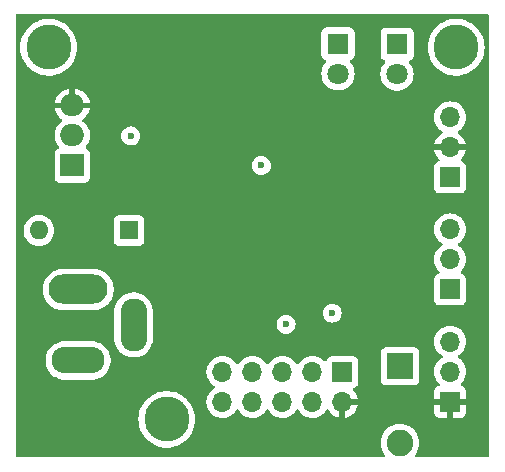
<source format=gbr>
%TF.GenerationSoftware,KiCad,Pcbnew,8.0.6*%
%TF.CreationDate,2024-11-05T10:52:09-07:00*%
%TF.ProjectId,ProjectPCB,50726f6a-6563-4745-9043-422e6b696361,rev?*%
%TF.SameCoordinates,Original*%
%TF.FileFunction,Copper,L3,Inr*%
%TF.FilePolarity,Positive*%
%FSLAX46Y46*%
G04 Gerber Fmt 4.6, Leading zero omitted, Abs format (unit mm)*
G04 Created by KiCad (PCBNEW 8.0.6) date 2024-11-05 10:52:09*
%MOMM*%
%LPD*%
G01*
G04 APERTURE LIST*
%TA.AperFunction,ComponentPad*%
%ADD10C,3.800000*%
%TD*%
%TA.AperFunction,ComponentPad*%
%ADD11O,5.000000X2.500000*%
%TD*%
%TA.AperFunction,ComponentPad*%
%ADD12O,4.500000X2.250000*%
%TD*%
%TA.AperFunction,ComponentPad*%
%ADD13O,2.250000X4.500000*%
%TD*%
%TA.AperFunction,ComponentPad*%
%ADD14R,1.700000X1.700000*%
%TD*%
%TA.AperFunction,ComponentPad*%
%ADD15O,1.700000X1.700000*%
%TD*%
%TA.AperFunction,ComponentPad*%
%ADD16R,2.250000X2.250000*%
%TD*%
%TA.AperFunction,ComponentPad*%
%ADD17C,2.250000*%
%TD*%
%TA.AperFunction,ComponentPad*%
%ADD18R,1.600000X1.600000*%
%TD*%
%TA.AperFunction,ComponentPad*%
%ADD19O,1.600000X1.600000*%
%TD*%
%TA.AperFunction,ComponentPad*%
%ADD20O,2.000000X1.905000*%
%TD*%
%TA.AperFunction,ComponentPad*%
%ADD21R,2.000000X1.905000*%
%TD*%
%TA.AperFunction,ComponentPad*%
%ADD22R,1.800000X1.800000*%
%TD*%
%TA.AperFunction,ComponentPad*%
%ADD23C,1.800000*%
%TD*%
%TA.AperFunction,ViaPad*%
%ADD24C,0.600000*%
%TD*%
G04 APERTURE END LIST*
D10*
%TO.N,GND*%
%TO.C,H3*%
X133500000Y-117000000D03*
%TD*%
%TO.N,GND*%
%TO.C,H2*%
X123500000Y-85500000D03*
%TD*%
%TO.N,GND*%
%TO.C,H1*%
X158000000Y-85500000D03*
%TD*%
D11*
%TO.N,Net-(SW2-A)*%
%TO.C,J5*%
X126000000Y-106000000D03*
D12*
%TO.N,GND*%
X126000000Y-112000000D03*
D13*
X130700000Y-109000000D03*
%TD*%
D14*
%TO.N,Net-(J3-Pin_1)*%
%TO.C,J3*%
X157500000Y-106000000D03*
D15*
%TO.N,Net-(J3-Pin_2)*%
X157500000Y-103460000D03*
%TO.N,GND*%
X157500000Y-100920000D03*
%TD*%
D16*
%TO.N,Net-(J1-Pin_5)*%
%TO.C,SW1*%
X153250000Y-112500000D03*
D17*
%TO.N,GND*%
X153250000Y-119000000D03*
%TD*%
D18*
%TO.N,Net-(SW2-A)*%
%TO.C,SW2*%
X130300000Y-101000000D03*
D19*
%TO.N,Net-(SW2-B)*%
X122680000Y-101000000D03*
%TD*%
D14*
%TO.N,Net-(J1-Pin_1)*%
%TO.C,J1*%
X148375000Y-112975000D03*
D15*
%TO.N,+5V*%
X148375000Y-115515000D03*
%TO.N,unconnected-(J1-Pin_3-Pad3)*%
X145835000Y-112975000D03*
%TO.N,GND*%
X145835000Y-115515000D03*
%TO.N,Net-(J1-Pin_5)*%
X143295000Y-112975000D03*
%TO.N,GND*%
X143295000Y-115515000D03*
%TO.N,Net-(J1-Pin_7)*%
X140755000Y-112975000D03*
%TO.N,GND*%
X140755000Y-115515000D03*
%TO.N,Net-(J1-Pin_9)*%
X138215000Y-112975000D03*
%TO.N,GND*%
X138215000Y-115515000D03*
%TD*%
D20*
%TO.N,+5V*%
%TO.C,U2*%
X125500000Y-90420000D03*
%TO.N,GND*%
X125500000Y-92960000D03*
D21*
%TO.N,Net-(SW2-B)*%
X125500000Y-95500000D03*
%TD*%
D14*
%TO.N,+5V*%
%TO.C,J2*%
X157500000Y-115500000D03*
D15*
%TO.N,Net-(J2-Pin_2)*%
X157500000Y-112960000D03*
%TO.N,GND*%
X157500000Y-110420000D03*
%TD*%
D22*
%TO.N,GND*%
%TO.C,D2*%
X153000000Y-85225000D03*
D23*
%TO.N,Net-(D2-A)*%
X153000000Y-87765000D03*
%TD*%
D22*
%TO.N,GND*%
%TO.C,D1*%
X148000000Y-85185000D03*
D23*
%TO.N,Net-(D1-A)*%
X148000000Y-87725000D03*
%TD*%
D14*
%TO.N,Net-(J4-Pin_1)*%
%TO.C,J4*%
X157500000Y-96500000D03*
D15*
%TO.N,+5V*%
X157500000Y-93960000D03*
%TO.N,GND*%
X157500000Y-91420000D03*
%TD*%
D24*
%TO.N,GND*%
X130450000Y-93000000D03*
X141500000Y-95500000D03*
X143600000Y-108950000D03*
%TO.N,+5V*%
X141300000Y-109050000D03*
X143500000Y-95500000D03*
X153400000Y-99600000D03*
X153500000Y-109500000D03*
%TO.N,Net-(J2-Pin_2)*%
X147500000Y-108000000D03*
%TD*%
%TA.AperFunction,Conductor*%
%TO.N,+5V*%
G36*
X160742539Y-82720185D02*
G01*
X160788294Y-82772989D01*
X160799500Y-82824500D01*
X160799500Y-120075500D01*
X160779815Y-120142539D01*
X160727011Y-120188294D01*
X160675500Y-120199500D01*
X154632181Y-120199500D01*
X154565142Y-120179815D01*
X154519387Y-120127011D01*
X154509443Y-120057853D01*
X154537890Y-119994969D01*
X154569122Y-119958400D01*
X154569121Y-119958400D01*
X154569123Y-119958399D01*
X154702809Y-119740243D01*
X154800722Y-119503860D01*
X154860452Y-119255070D01*
X154880526Y-119000000D01*
X154860452Y-118744930D01*
X154800722Y-118496140D01*
X154800720Y-118496135D01*
X154702811Y-118259760D01*
X154702809Y-118259757D01*
X154569123Y-118041601D01*
X154569122Y-118041600D01*
X154569121Y-118041598D01*
X154509319Y-117971579D01*
X154402956Y-117847044D01*
X154296591Y-117756200D01*
X154208401Y-117680878D01*
X154208396Y-117680875D01*
X153990242Y-117547190D01*
X153990239Y-117547188D01*
X153753864Y-117449279D01*
X153753860Y-117449278D01*
X153505070Y-117389548D01*
X153505067Y-117389547D01*
X153505064Y-117389547D01*
X153250000Y-117369474D01*
X152994935Y-117389547D01*
X152994931Y-117389547D01*
X152994930Y-117389548D01*
X152870535Y-117419413D01*
X152746135Y-117449279D01*
X152509760Y-117547188D01*
X152509757Y-117547190D01*
X152291603Y-117680875D01*
X152291598Y-117680878D01*
X152097044Y-117847044D01*
X151930878Y-118041598D01*
X151930875Y-118041603D01*
X151797190Y-118259757D01*
X151797188Y-118259760D01*
X151699279Y-118496135D01*
X151639547Y-118744935D01*
X151619474Y-119000000D01*
X151639547Y-119255064D01*
X151699279Y-119503864D01*
X151797188Y-119740239D01*
X151797190Y-119740242D01*
X151930875Y-119958396D01*
X151930877Y-119958400D01*
X151962110Y-119994969D01*
X151990680Y-120058730D01*
X151980243Y-120127816D01*
X151934112Y-120180292D01*
X151867819Y-120199500D01*
X120824500Y-120199500D01*
X120757461Y-120179815D01*
X120711706Y-120127011D01*
X120700500Y-120075500D01*
X120700500Y-116999994D01*
X131094754Y-116999994D01*
X131094754Y-117000005D01*
X131113718Y-117301446D01*
X131113719Y-117301453D01*
X131170320Y-117598164D01*
X131263659Y-117885431D01*
X131263661Y-117885436D01*
X131392265Y-118158732D01*
X131392268Y-118158738D01*
X131554111Y-118413763D01*
X131746652Y-118646505D01*
X131966836Y-118853272D01*
X131966846Y-118853280D01*
X132211193Y-119030808D01*
X132211198Y-119030810D01*
X132211205Y-119030816D01*
X132475896Y-119176332D01*
X132475901Y-119176334D01*
X132475903Y-119176335D01*
X132475904Y-119176336D01*
X132756734Y-119287524D01*
X132756737Y-119287525D01*
X132854259Y-119312564D01*
X133049302Y-119362642D01*
X133196039Y-119381179D01*
X133348963Y-119400499D01*
X133348969Y-119400499D01*
X133348973Y-119400500D01*
X133348975Y-119400500D01*
X133651025Y-119400500D01*
X133651027Y-119400500D01*
X133651032Y-119400499D01*
X133651036Y-119400499D01*
X133730591Y-119390448D01*
X133950698Y-119362642D01*
X134243262Y-119287525D01*
X134243265Y-119287524D01*
X134524095Y-119176336D01*
X134524096Y-119176335D01*
X134524094Y-119176335D01*
X134524104Y-119176332D01*
X134788795Y-119030816D01*
X135033162Y-118853274D01*
X135253349Y-118646504D01*
X135445885Y-118413768D01*
X135607733Y-118158736D01*
X135736341Y-117885430D01*
X135829681Y-117598160D01*
X135886280Y-117301457D01*
X135905246Y-117000000D01*
X135895534Y-116845634D01*
X135886281Y-116698553D01*
X135886280Y-116698546D01*
X135886280Y-116698543D01*
X135829681Y-116401840D01*
X135736341Y-116114570D01*
X135607733Y-115841264D01*
X135579828Y-115797293D01*
X135445888Y-115586236D01*
X135445885Y-115586232D01*
X135253349Y-115353496D01*
X135174649Y-115279592D01*
X135033163Y-115146727D01*
X135033153Y-115146719D01*
X134788806Y-114969191D01*
X134788799Y-114969186D01*
X134788795Y-114969184D01*
X134524104Y-114823668D01*
X134524101Y-114823666D01*
X134524096Y-114823664D01*
X134524095Y-114823663D01*
X134243265Y-114712475D01*
X134243262Y-114712474D01*
X133950695Y-114637357D01*
X133651036Y-114599500D01*
X133651027Y-114599500D01*
X133348973Y-114599500D01*
X133348963Y-114599500D01*
X133049304Y-114637357D01*
X132756737Y-114712474D01*
X132756734Y-114712475D01*
X132475904Y-114823663D01*
X132475903Y-114823664D01*
X132211205Y-114969184D01*
X132211193Y-114969191D01*
X131966846Y-115146719D01*
X131966836Y-115146727D01*
X131746652Y-115353494D01*
X131554111Y-115586236D01*
X131392268Y-115841261D01*
X131392265Y-115841267D01*
X131263661Y-116114563D01*
X131263659Y-116114568D01*
X131170320Y-116401835D01*
X131113719Y-116698546D01*
X131113718Y-116698553D01*
X131094754Y-116999994D01*
X120700500Y-116999994D01*
X120700500Y-111872070D01*
X123249500Y-111872070D01*
X123249500Y-112127929D01*
X123289526Y-112380640D01*
X123368588Y-112623972D01*
X123368589Y-112623975D01*
X123484750Y-112851950D01*
X123635132Y-113058935D01*
X123635136Y-113058940D01*
X123816059Y-113239863D01*
X123816064Y-113239867D01*
X123996607Y-113371038D01*
X124023053Y-113390252D01*
X124118065Y-113438663D01*
X124251024Y-113506410D01*
X124251027Y-113506411D01*
X124372693Y-113545942D01*
X124494361Y-113585474D01*
X124747070Y-113625500D01*
X124747071Y-113625500D01*
X127252929Y-113625500D01*
X127252930Y-113625500D01*
X127505639Y-113585474D01*
X127748975Y-113506410D01*
X127976947Y-113390252D01*
X128183942Y-113239862D01*
X128364862Y-113058942D01*
X128425850Y-112974999D01*
X136859341Y-112974999D01*
X136859341Y-112975000D01*
X136879936Y-113210403D01*
X136879938Y-113210413D01*
X136941094Y-113438655D01*
X136941096Y-113438659D01*
X136941097Y-113438663D01*
X136945000Y-113447032D01*
X137040965Y-113652830D01*
X137040967Y-113652834D01*
X137149281Y-113807521D01*
X137176501Y-113846396D01*
X137176506Y-113846402D01*
X137343597Y-114013493D01*
X137343603Y-114013498D01*
X137529158Y-114143425D01*
X137572783Y-114198002D01*
X137579977Y-114267500D01*
X137548454Y-114329855D01*
X137529158Y-114346575D01*
X137343597Y-114476505D01*
X137176505Y-114643597D01*
X137040965Y-114837169D01*
X137040964Y-114837171D01*
X136941098Y-115051335D01*
X136941094Y-115051344D01*
X136879938Y-115279586D01*
X136879936Y-115279596D01*
X136859341Y-115514999D01*
X136859341Y-115515000D01*
X136879936Y-115750403D01*
X136879938Y-115750413D01*
X136941094Y-115978655D01*
X136941096Y-115978659D01*
X136941097Y-115978663D01*
X137021004Y-116150023D01*
X137040965Y-116192830D01*
X137040967Y-116192834D01*
X137149281Y-116347521D01*
X137176505Y-116386401D01*
X137343599Y-116553495D01*
X137398713Y-116592086D01*
X137537165Y-116689032D01*
X137537167Y-116689033D01*
X137537170Y-116689035D01*
X137751337Y-116788903D01*
X137751343Y-116788904D01*
X137751344Y-116788905D01*
X137806285Y-116803626D01*
X137979592Y-116850063D01*
X138167918Y-116866539D01*
X138214999Y-116870659D01*
X138215000Y-116870659D01*
X138215001Y-116870659D01*
X138254234Y-116867226D01*
X138450408Y-116850063D01*
X138678663Y-116788903D01*
X138892830Y-116689035D01*
X139086401Y-116553495D01*
X139253495Y-116386401D01*
X139383425Y-116200842D01*
X139438002Y-116157217D01*
X139507500Y-116150023D01*
X139569855Y-116181546D01*
X139586575Y-116200842D01*
X139716500Y-116386395D01*
X139716505Y-116386401D01*
X139883599Y-116553495D01*
X139938713Y-116592086D01*
X140077165Y-116689032D01*
X140077167Y-116689033D01*
X140077170Y-116689035D01*
X140291337Y-116788903D01*
X140291343Y-116788904D01*
X140291344Y-116788905D01*
X140346285Y-116803626D01*
X140519592Y-116850063D01*
X140707918Y-116866539D01*
X140754999Y-116870659D01*
X140755000Y-116870659D01*
X140755001Y-116870659D01*
X140794234Y-116867226D01*
X140990408Y-116850063D01*
X141218663Y-116788903D01*
X141432830Y-116689035D01*
X141626401Y-116553495D01*
X141793495Y-116386401D01*
X141923425Y-116200842D01*
X141978002Y-116157217D01*
X142047500Y-116150023D01*
X142109855Y-116181546D01*
X142126575Y-116200842D01*
X142256500Y-116386395D01*
X142256505Y-116386401D01*
X142423599Y-116553495D01*
X142478713Y-116592086D01*
X142617165Y-116689032D01*
X142617167Y-116689033D01*
X142617170Y-116689035D01*
X142831337Y-116788903D01*
X142831343Y-116788904D01*
X142831344Y-116788905D01*
X142886285Y-116803626D01*
X143059592Y-116850063D01*
X143247918Y-116866539D01*
X143294999Y-116870659D01*
X143295000Y-116870659D01*
X143295001Y-116870659D01*
X143334234Y-116867226D01*
X143530408Y-116850063D01*
X143758663Y-116788903D01*
X143972830Y-116689035D01*
X144166401Y-116553495D01*
X144333495Y-116386401D01*
X144463425Y-116200842D01*
X144518002Y-116157217D01*
X144587500Y-116150023D01*
X144649855Y-116181546D01*
X144666575Y-116200842D01*
X144796500Y-116386395D01*
X144796505Y-116386401D01*
X144963599Y-116553495D01*
X145018713Y-116592086D01*
X145157165Y-116689032D01*
X145157167Y-116689033D01*
X145157170Y-116689035D01*
X145371337Y-116788903D01*
X145371343Y-116788904D01*
X145371344Y-116788905D01*
X145426285Y-116803626D01*
X145599592Y-116850063D01*
X145787918Y-116866539D01*
X145834999Y-116870659D01*
X145835000Y-116870659D01*
X145835001Y-116870659D01*
X145874234Y-116867226D01*
X146070408Y-116850063D01*
X146298663Y-116788903D01*
X146512830Y-116689035D01*
X146706401Y-116553495D01*
X146873495Y-116386401D01*
X147003730Y-116200405D01*
X147058307Y-116156781D01*
X147127805Y-116149587D01*
X147190160Y-116181110D01*
X147206879Y-116200405D01*
X147336890Y-116386078D01*
X147503917Y-116553105D01*
X147697421Y-116688600D01*
X147911507Y-116788429D01*
X147911516Y-116788433D01*
X148125000Y-116845634D01*
X148125000Y-115948012D01*
X148182007Y-115980925D01*
X148309174Y-116015000D01*
X148440826Y-116015000D01*
X148567993Y-115980925D01*
X148625000Y-115948012D01*
X148625000Y-116845633D01*
X148838483Y-116788433D01*
X148838492Y-116788429D01*
X149052578Y-116688600D01*
X149246082Y-116553105D01*
X149413105Y-116386082D01*
X149548600Y-116192578D01*
X149648429Y-115978492D01*
X149648432Y-115978486D01*
X149705636Y-115765000D01*
X148808012Y-115765000D01*
X148840925Y-115707993D01*
X148875000Y-115580826D01*
X148875000Y-115449174D01*
X148840925Y-115322007D01*
X148808012Y-115265000D01*
X149705636Y-115265000D01*
X149705635Y-115264999D01*
X149648432Y-115051513D01*
X149648429Y-115051507D01*
X149548600Y-114837422D01*
X149548599Y-114837420D01*
X149413113Y-114643926D01*
X149413108Y-114643920D01*
X149291053Y-114521865D01*
X149257568Y-114460542D01*
X149262552Y-114390850D01*
X149304424Y-114334917D01*
X149335400Y-114318002D01*
X149467331Y-114268796D01*
X149582546Y-114182546D01*
X149668796Y-114067331D01*
X149719091Y-113932483D01*
X149725500Y-113872873D01*
X149725499Y-112077128D01*
X149719091Y-112017517D01*
X149717810Y-112014083D01*
X149668797Y-111882671D01*
X149668793Y-111882664D01*
X149582547Y-111767455D01*
X149582544Y-111767452D01*
X149467335Y-111681206D01*
X149467328Y-111681202D01*
X149332482Y-111630908D01*
X149332483Y-111630908D01*
X149272883Y-111624501D01*
X149272881Y-111624500D01*
X149272873Y-111624500D01*
X149272864Y-111624500D01*
X147477129Y-111624500D01*
X147477123Y-111624501D01*
X147417516Y-111630908D01*
X147282671Y-111681202D01*
X147282664Y-111681206D01*
X147167455Y-111767452D01*
X147167452Y-111767455D01*
X147081206Y-111882664D01*
X147081203Y-111882669D01*
X147032189Y-112014083D01*
X146990317Y-112070016D01*
X146924853Y-112094433D01*
X146856580Y-112079581D01*
X146828326Y-112058430D01*
X146706402Y-111936506D01*
X146706395Y-111936501D01*
X146512834Y-111800967D01*
X146512830Y-111800965D01*
X146456837Y-111774855D01*
X146298663Y-111701097D01*
X146298659Y-111701096D01*
X146298655Y-111701094D01*
X146070413Y-111639938D01*
X146070403Y-111639936D01*
X145835001Y-111619341D01*
X145834999Y-111619341D01*
X145599596Y-111639936D01*
X145599586Y-111639938D01*
X145371344Y-111701094D01*
X145371335Y-111701098D01*
X145157171Y-111800964D01*
X145157169Y-111800965D01*
X144963597Y-111936505D01*
X144796505Y-112103597D01*
X144666575Y-112289158D01*
X144611998Y-112332783D01*
X144542500Y-112339977D01*
X144480145Y-112308454D01*
X144463425Y-112289158D01*
X144333494Y-112103597D01*
X144166402Y-111936506D01*
X144166395Y-111936501D01*
X143972834Y-111800967D01*
X143972830Y-111800965D01*
X143916837Y-111774855D01*
X143758663Y-111701097D01*
X143758659Y-111701096D01*
X143758655Y-111701094D01*
X143530413Y-111639938D01*
X143530403Y-111639936D01*
X143295001Y-111619341D01*
X143294999Y-111619341D01*
X143059596Y-111639936D01*
X143059586Y-111639938D01*
X142831344Y-111701094D01*
X142831335Y-111701098D01*
X142617171Y-111800964D01*
X142617169Y-111800965D01*
X142423597Y-111936505D01*
X142256505Y-112103597D01*
X142126575Y-112289158D01*
X142071998Y-112332783D01*
X142002500Y-112339977D01*
X141940145Y-112308454D01*
X141923425Y-112289158D01*
X141793494Y-112103597D01*
X141626402Y-111936506D01*
X141626395Y-111936501D01*
X141432834Y-111800967D01*
X141432830Y-111800965D01*
X141376837Y-111774855D01*
X141218663Y-111701097D01*
X141218659Y-111701096D01*
X141218655Y-111701094D01*
X140990413Y-111639938D01*
X140990403Y-111639936D01*
X140755001Y-111619341D01*
X140754999Y-111619341D01*
X140519596Y-111639936D01*
X140519586Y-111639938D01*
X140291344Y-111701094D01*
X140291335Y-111701098D01*
X140077171Y-111800964D01*
X140077169Y-111800965D01*
X139883597Y-111936505D01*
X139716505Y-112103597D01*
X139586575Y-112289158D01*
X139531998Y-112332783D01*
X139462500Y-112339977D01*
X139400145Y-112308454D01*
X139383425Y-112289158D01*
X139253494Y-112103597D01*
X139086402Y-111936506D01*
X139086395Y-111936501D01*
X138892834Y-111800967D01*
X138892830Y-111800965D01*
X138836837Y-111774855D01*
X138678663Y-111701097D01*
X138678659Y-111701096D01*
X138678655Y-111701094D01*
X138450413Y-111639938D01*
X138450403Y-111639936D01*
X138215001Y-111619341D01*
X138214999Y-111619341D01*
X137979596Y-111639936D01*
X137979586Y-111639938D01*
X137751344Y-111701094D01*
X137751335Y-111701098D01*
X137537171Y-111800964D01*
X137537169Y-111800965D01*
X137343597Y-111936505D01*
X137176505Y-112103597D01*
X137040965Y-112297169D01*
X137040964Y-112297171D01*
X136941098Y-112511335D01*
X136941094Y-112511344D01*
X136879938Y-112739586D01*
X136879936Y-112739596D01*
X136859341Y-112974999D01*
X128425850Y-112974999D01*
X128515252Y-112851947D01*
X128631410Y-112623975D01*
X128710474Y-112380639D01*
X128750500Y-112127930D01*
X128750500Y-111872070D01*
X128710474Y-111619361D01*
X128631410Y-111376025D01*
X128631410Y-111376024D01*
X128576122Y-111267517D01*
X128515252Y-111148053D01*
X128478763Y-111097830D01*
X128364867Y-110941064D01*
X128364863Y-110941059D01*
X128183940Y-110760136D01*
X128183935Y-110760132D01*
X127976950Y-110609750D01*
X127976949Y-110609749D01*
X127976947Y-110609748D01*
X127903910Y-110572533D01*
X127748975Y-110493589D01*
X127748972Y-110493588D01*
X127505640Y-110414526D01*
X127379284Y-110394513D01*
X127252930Y-110374500D01*
X124747070Y-110374500D01*
X124662833Y-110387842D01*
X124494359Y-110414526D01*
X124251027Y-110493588D01*
X124251024Y-110493589D01*
X124023049Y-110609750D01*
X123816064Y-110760132D01*
X123816059Y-110760136D01*
X123635136Y-110941059D01*
X123635132Y-110941064D01*
X123484750Y-111148049D01*
X123368589Y-111376024D01*
X123368588Y-111376027D01*
X123289526Y-111619359D01*
X123249500Y-111872070D01*
X120700500Y-111872070D01*
X120700500Y-105885258D01*
X122999500Y-105885258D01*
X122999500Y-106114741D01*
X123022512Y-106289526D01*
X123029452Y-106342238D01*
X123036513Y-106368589D01*
X123088842Y-106563887D01*
X123176650Y-106775876D01*
X123176657Y-106775890D01*
X123291392Y-106974617D01*
X123431081Y-107156661D01*
X123431089Y-107156670D01*
X123593330Y-107318911D01*
X123593338Y-107318918D01*
X123775382Y-107458607D01*
X123775385Y-107458608D01*
X123775388Y-107458611D01*
X123974112Y-107573344D01*
X123974117Y-107573346D01*
X123974123Y-107573349D01*
X124065480Y-107611190D01*
X124186113Y-107661158D01*
X124407762Y-107720548D01*
X124635266Y-107750500D01*
X124635273Y-107750500D01*
X127364727Y-107750500D01*
X127364734Y-107750500D01*
X127390787Y-107747070D01*
X129074500Y-107747070D01*
X129074500Y-110252929D01*
X129114526Y-110505640D01*
X129193588Y-110748972D01*
X129193589Y-110748975D01*
X129309750Y-110976950D01*
X129460132Y-111183935D01*
X129460136Y-111183940D01*
X129641059Y-111364863D01*
X129641064Y-111364867D01*
X129769933Y-111458495D01*
X129848053Y-111515252D01*
X129991663Y-111588425D01*
X130076024Y-111631410D01*
X130076027Y-111631411D01*
X130197693Y-111670942D01*
X130319361Y-111710474D01*
X130572070Y-111750500D01*
X130572071Y-111750500D01*
X130827929Y-111750500D01*
X130827930Y-111750500D01*
X131080639Y-111710474D01*
X131323975Y-111631410D01*
X131551947Y-111515252D01*
X131758942Y-111364862D01*
X131796669Y-111327135D01*
X151624500Y-111327135D01*
X151624500Y-113672870D01*
X151624501Y-113672876D01*
X151630908Y-113732483D01*
X151681202Y-113867328D01*
X151681206Y-113867335D01*
X151767452Y-113982544D01*
X151767455Y-113982547D01*
X151882664Y-114068793D01*
X151882671Y-114068797D01*
X152017517Y-114119091D01*
X152017516Y-114119091D01*
X152024444Y-114119835D01*
X152077127Y-114125500D01*
X154422872Y-114125499D01*
X154482483Y-114119091D01*
X154617331Y-114068796D01*
X154732546Y-113982546D01*
X154818796Y-113867331D01*
X154869091Y-113732483D01*
X154875500Y-113672873D01*
X154875499Y-111327128D01*
X154869091Y-111267517D01*
X154824532Y-111148049D01*
X154818797Y-111132671D01*
X154818793Y-111132664D01*
X154732547Y-111017455D01*
X154732544Y-111017452D01*
X154617335Y-110931206D01*
X154617328Y-110931202D01*
X154482482Y-110880908D01*
X154482483Y-110880908D01*
X154422883Y-110874501D01*
X154422881Y-110874500D01*
X154422873Y-110874500D01*
X154422864Y-110874500D01*
X152077129Y-110874500D01*
X152077123Y-110874501D01*
X152017516Y-110880908D01*
X151882671Y-110931202D01*
X151882664Y-110931206D01*
X151767455Y-111017452D01*
X151767452Y-111017455D01*
X151681206Y-111132664D01*
X151681202Y-111132671D01*
X151630908Y-111267517D01*
X151624501Y-111327116D01*
X151624501Y-111327123D01*
X151624500Y-111327135D01*
X131796669Y-111327135D01*
X131939862Y-111183942D01*
X132090252Y-110976947D01*
X132206410Y-110748975D01*
X132285474Y-110505639D01*
X132299038Y-110419999D01*
X156144341Y-110419999D01*
X156144341Y-110420000D01*
X156164936Y-110655403D01*
X156164938Y-110655413D01*
X156226094Y-110883655D01*
X156226096Y-110883659D01*
X156226097Y-110883663D01*
X156325965Y-111097830D01*
X156325967Y-111097834D01*
X156461501Y-111291395D01*
X156461506Y-111291402D01*
X156628597Y-111458493D01*
X156628603Y-111458498D01*
X156814158Y-111588425D01*
X156857783Y-111643002D01*
X156864977Y-111712500D01*
X156833454Y-111774855D01*
X156814158Y-111791575D01*
X156628597Y-111921505D01*
X156461505Y-112088597D01*
X156325965Y-112282169D01*
X156325964Y-112282171D01*
X156226098Y-112496335D01*
X156226094Y-112496344D01*
X156164938Y-112724586D01*
X156164936Y-112724596D01*
X156144341Y-112959999D01*
X156144341Y-112960000D01*
X156164936Y-113195403D01*
X156164938Y-113195413D01*
X156226094Y-113423655D01*
X156226096Y-113423659D01*
X156226097Y-113423663D01*
X156301551Y-113585474D01*
X156325965Y-113637830D01*
X156325967Y-113637834D01*
X156434281Y-113792521D01*
X156461501Y-113831396D01*
X156461506Y-113831402D01*
X156583818Y-113953714D01*
X156617303Y-114015037D01*
X156612319Y-114084729D01*
X156570447Y-114140662D01*
X156539471Y-114157577D01*
X156407912Y-114206646D01*
X156407906Y-114206649D01*
X156292812Y-114292809D01*
X156292809Y-114292812D01*
X156206649Y-114407906D01*
X156206645Y-114407913D01*
X156156403Y-114542620D01*
X156156401Y-114542627D01*
X156150000Y-114602155D01*
X156150000Y-115250000D01*
X157066988Y-115250000D01*
X157034075Y-115307007D01*
X157000000Y-115434174D01*
X157000000Y-115565826D01*
X157034075Y-115692993D01*
X157066988Y-115750000D01*
X156150000Y-115750000D01*
X156150000Y-116397844D01*
X156156401Y-116457372D01*
X156156403Y-116457379D01*
X156206645Y-116592086D01*
X156206649Y-116592093D01*
X156292809Y-116707187D01*
X156292812Y-116707190D01*
X156407906Y-116793350D01*
X156407913Y-116793354D01*
X156542620Y-116843596D01*
X156542627Y-116843598D01*
X156602155Y-116849999D01*
X156602172Y-116850000D01*
X157250000Y-116850000D01*
X157250000Y-115933012D01*
X157307007Y-115965925D01*
X157434174Y-116000000D01*
X157565826Y-116000000D01*
X157692993Y-115965925D01*
X157750000Y-115933012D01*
X157750000Y-116850000D01*
X158397828Y-116850000D01*
X158397844Y-116849999D01*
X158457372Y-116843598D01*
X158457379Y-116843596D01*
X158592086Y-116793354D01*
X158592093Y-116793350D01*
X158707187Y-116707190D01*
X158707190Y-116707187D01*
X158793350Y-116592093D01*
X158793354Y-116592086D01*
X158843596Y-116457379D01*
X158843598Y-116457372D01*
X158849999Y-116397844D01*
X158850000Y-116397827D01*
X158850000Y-115750000D01*
X157933012Y-115750000D01*
X157965925Y-115692993D01*
X158000000Y-115565826D01*
X158000000Y-115434174D01*
X157965925Y-115307007D01*
X157933012Y-115250000D01*
X158850000Y-115250000D01*
X158850000Y-114602172D01*
X158849999Y-114602155D01*
X158843598Y-114542627D01*
X158843596Y-114542620D01*
X158793354Y-114407913D01*
X158793350Y-114407906D01*
X158707190Y-114292812D01*
X158707187Y-114292809D01*
X158592093Y-114206649D01*
X158592088Y-114206646D01*
X158460528Y-114157577D01*
X158404595Y-114115705D01*
X158380178Y-114050241D01*
X158395030Y-113981968D01*
X158416175Y-113953720D01*
X158538495Y-113831401D01*
X158674035Y-113637830D01*
X158773903Y-113423663D01*
X158835063Y-113195408D01*
X158855659Y-112960000D01*
X158835063Y-112724592D01*
X158777922Y-112511335D01*
X158773905Y-112496344D01*
X158773904Y-112496343D01*
X158773903Y-112496337D01*
X158674035Y-112282171D01*
X158538495Y-112088599D01*
X158538494Y-112088597D01*
X158371402Y-111921506D01*
X158371396Y-111921501D01*
X158185842Y-111791575D01*
X158142217Y-111736998D01*
X158135023Y-111667500D01*
X158166546Y-111605145D01*
X158185842Y-111588425D01*
X158208026Y-111572891D01*
X158371401Y-111458495D01*
X158538495Y-111291401D01*
X158674035Y-111097830D01*
X158773903Y-110883663D01*
X158835063Y-110655408D01*
X158855659Y-110420000D01*
X158835063Y-110184592D01*
X158773903Y-109956337D01*
X158674035Y-109742171D01*
X158669273Y-109735369D01*
X158538494Y-109548597D01*
X158371402Y-109381506D01*
X158371395Y-109381501D01*
X158177834Y-109245967D01*
X158177830Y-109245965D01*
X158177828Y-109245964D01*
X157963663Y-109146097D01*
X157963659Y-109146096D01*
X157963655Y-109146094D01*
X157735413Y-109084938D01*
X157735403Y-109084936D01*
X157500001Y-109064341D01*
X157499999Y-109064341D01*
X157264596Y-109084936D01*
X157264586Y-109084938D01*
X157036344Y-109146094D01*
X157036335Y-109146098D01*
X156822171Y-109245964D01*
X156822169Y-109245965D01*
X156628597Y-109381505D01*
X156461505Y-109548597D01*
X156325965Y-109742169D01*
X156325964Y-109742171D01*
X156226098Y-109956335D01*
X156226094Y-109956344D01*
X156164938Y-110184586D01*
X156164936Y-110184596D01*
X156144341Y-110419999D01*
X132299038Y-110419999D01*
X132325500Y-110252930D01*
X132325500Y-108949996D01*
X142794435Y-108949996D01*
X142794435Y-108950003D01*
X142814630Y-109129249D01*
X142814631Y-109129254D01*
X142874211Y-109299523D01*
X142925722Y-109381501D01*
X142970184Y-109452262D01*
X143097738Y-109579816D01*
X143250478Y-109675789D01*
X143420745Y-109735368D01*
X143420750Y-109735369D01*
X143599996Y-109755565D01*
X143600000Y-109755565D01*
X143600004Y-109755565D01*
X143779249Y-109735369D01*
X143779252Y-109735368D01*
X143779255Y-109735368D01*
X143949522Y-109675789D01*
X144102262Y-109579816D01*
X144229816Y-109452262D01*
X144325789Y-109299522D01*
X144385368Y-109129255D01*
X144385369Y-109129249D01*
X144405565Y-108950003D01*
X144405565Y-108949996D01*
X144385369Y-108770750D01*
X144385368Y-108770745D01*
X144325788Y-108600476D01*
X144229815Y-108447737D01*
X144102262Y-108320184D01*
X143949523Y-108224211D01*
X143779254Y-108164631D01*
X143779249Y-108164630D01*
X143600004Y-108144435D01*
X143599996Y-108144435D01*
X143420750Y-108164630D01*
X143420745Y-108164631D01*
X143250476Y-108224211D01*
X143097737Y-108320184D01*
X142970184Y-108447737D01*
X142874211Y-108600476D01*
X142814631Y-108770745D01*
X142814630Y-108770750D01*
X142794435Y-108949996D01*
X132325500Y-108949996D01*
X132325500Y-107999996D01*
X146694435Y-107999996D01*
X146694435Y-108000003D01*
X146714630Y-108179249D01*
X146714631Y-108179254D01*
X146774211Y-108349523D01*
X146835924Y-108447738D01*
X146870184Y-108502262D01*
X146997738Y-108629816D01*
X147150478Y-108725789D01*
X147278955Y-108770745D01*
X147320745Y-108785368D01*
X147320750Y-108785369D01*
X147499996Y-108805565D01*
X147500000Y-108805565D01*
X147500004Y-108805565D01*
X147679249Y-108785369D01*
X147679252Y-108785368D01*
X147679255Y-108785368D01*
X147849522Y-108725789D01*
X148002262Y-108629816D01*
X148129816Y-108502262D01*
X148225789Y-108349522D01*
X148285368Y-108179255D01*
X148287016Y-108164630D01*
X148305565Y-108000003D01*
X148305565Y-107999996D01*
X148285369Y-107820750D01*
X148285368Y-107820745D01*
X148259588Y-107747070D01*
X148225789Y-107650478D01*
X148129816Y-107497738D01*
X148002262Y-107370184D01*
X147970932Y-107350498D01*
X147849523Y-107274211D01*
X147679254Y-107214631D01*
X147679249Y-107214630D01*
X147500004Y-107194435D01*
X147499996Y-107194435D01*
X147320750Y-107214630D01*
X147320745Y-107214631D01*
X147150476Y-107274211D01*
X146997737Y-107370184D01*
X146870184Y-107497737D01*
X146774211Y-107650476D01*
X146714631Y-107820745D01*
X146714630Y-107820750D01*
X146694435Y-107999996D01*
X132325500Y-107999996D01*
X132325500Y-107747070D01*
X132285474Y-107494361D01*
X132238731Y-107350499D01*
X132206411Y-107251027D01*
X132206410Y-107251024D01*
X132166185Y-107172080D01*
X132090252Y-107023053D01*
X131999302Y-106897870D01*
X131939867Y-106816064D01*
X131939863Y-106816059D01*
X131758940Y-106635136D01*
X131758935Y-106635132D01*
X131551950Y-106484750D01*
X131551949Y-106484749D01*
X131551947Y-106484748D01*
X131478910Y-106447533D01*
X131323975Y-106368589D01*
X131323972Y-106368588D01*
X131080640Y-106289526D01*
X130954284Y-106269513D01*
X130827930Y-106249500D01*
X130572070Y-106249500D01*
X130487833Y-106262842D01*
X130319359Y-106289526D01*
X130076027Y-106368588D01*
X130076024Y-106368589D01*
X129848049Y-106484750D01*
X129641064Y-106635132D01*
X129641059Y-106635136D01*
X129460136Y-106816059D01*
X129460132Y-106816064D01*
X129309750Y-107023049D01*
X129193589Y-107251024D01*
X129193588Y-107251027D01*
X129114526Y-107494359D01*
X129074500Y-107747070D01*
X127390787Y-107747070D01*
X127592238Y-107720548D01*
X127813887Y-107661158D01*
X128025888Y-107573344D01*
X128224612Y-107458611D01*
X128406661Y-107318919D01*
X128406665Y-107318914D01*
X128406670Y-107318911D01*
X128568911Y-107156670D01*
X128568914Y-107156665D01*
X128568919Y-107156661D01*
X128708611Y-106974612D01*
X128823344Y-106775888D01*
X128911158Y-106563887D01*
X128970548Y-106342238D01*
X129000500Y-106114734D01*
X129000500Y-105885266D01*
X128970548Y-105657762D01*
X128911158Y-105436113D01*
X128823344Y-105224112D01*
X128708611Y-105025388D01*
X128708608Y-105025385D01*
X128708607Y-105025382D01*
X128568918Y-104843338D01*
X128568911Y-104843330D01*
X128406670Y-104681089D01*
X128406661Y-104681081D01*
X128224617Y-104541392D01*
X128025890Y-104426657D01*
X128025876Y-104426650D01*
X127813887Y-104338842D01*
X127786094Y-104331395D01*
X127592238Y-104279452D01*
X127554215Y-104274446D01*
X127364741Y-104249500D01*
X127364734Y-104249500D01*
X124635266Y-104249500D01*
X124635258Y-104249500D01*
X124418715Y-104278009D01*
X124407762Y-104279452D01*
X124314076Y-104304554D01*
X124186112Y-104338842D01*
X123974123Y-104426650D01*
X123974109Y-104426657D01*
X123775382Y-104541392D01*
X123593338Y-104681081D01*
X123431081Y-104843338D01*
X123291392Y-105025382D01*
X123176657Y-105224109D01*
X123176650Y-105224123D01*
X123088842Y-105436112D01*
X123029453Y-105657759D01*
X123029451Y-105657770D01*
X122999500Y-105885258D01*
X120700500Y-105885258D01*
X120700500Y-100999998D01*
X121374532Y-100999998D01*
X121374532Y-101000001D01*
X121394364Y-101226686D01*
X121394366Y-101226697D01*
X121453258Y-101446488D01*
X121453261Y-101446497D01*
X121549431Y-101652732D01*
X121549432Y-101652734D01*
X121679954Y-101839141D01*
X121840858Y-102000045D01*
X121840861Y-102000047D01*
X122027266Y-102130568D01*
X122233504Y-102226739D01*
X122453308Y-102285635D01*
X122615230Y-102299801D01*
X122679998Y-102305468D01*
X122680000Y-102305468D01*
X122680002Y-102305468D01*
X122736807Y-102300498D01*
X122906692Y-102285635D01*
X123126496Y-102226739D01*
X123332734Y-102130568D01*
X123519139Y-102000047D01*
X123680047Y-101839139D01*
X123810568Y-101652734D01*
X123906739Y-101446496D01*
X123965635Y-101226692D01*
X123985468Y-101000000D01*
X123965635Y-100773308D01*
X123906739Y-100553504D01*
X123810568Y-100347266D01*
X123680047Y-100160861D01*
X123680045Y-100160858D01*
X123671322Y-100152135D01*
X128999500Y-100152135D01*
X128999500Y-101847870D01*
X128999501Y-101847876D01*
X129005908Y-101907483D01*
X129056202Y-102042328D01*
X129056206Y-102042335D01*
X129142452Y-102157544D01*
X129142455Y-102157547D01*
X129257664Y-102243793D01*
X129257671Y-102243797D01*
X129392517Y-102294091D01*
X129392516Y-102294091D01*
X129399444Y-102294835D01*
X129452127Y-102300500D01*
X131147872Y-102300499D01*
X131207483Y-102294091D01*
X131342331Y-102243796D01*
X131457546Y-102157546D01*
X131543796Y-102042331D01*
X131594091Y-101907483D01*
X131600500Y-101847873D01*
X131600499Y-100919999D01*
X156144341Y-100919999D01*
X156144341Y-100920000D01*
X156164936Y-101155403D01*
X156164938Y-101155413D01*
X156226094Y-101383655D01*
X156226096Y-101383659D01*
X156226097Y-101383663D01*
X156255393Y-101446488D01*
X156325965Y-101597830D01*
X156325967Y-101597834D01*
X156461501Y-101791395D01*
X156461506Y-101791402D01*
X156628597Y-101958493D01*
X156628603Y-101958498D01*
X156814158Y-102088425D01*
X156857783Y-102143002D01*
X156864977Y-102212500D01*
X156833454Y-102274855D01*
X156814158Y-102291575D01*
X156628597Y-102421505D01*
X156461505Y-102588597D01*
X156325965Y-102782169D01*
X156325964Y-102782171D01*
X156226098Y-102996335D01*
X156226094Y-102996344D01*
X156164938Y-103224586D01*
X156164936Y-103224596D01*
X156144341Y-103459999D01*
X156144341Y-103460000D01*
X156164936Y-103695403D01*
X156164938Y-103695413D01*
X156226094Y-103923655D01*
X156226096Y-103923659D01*
X156226097Y-103923663D01*
X156325965Y-104137830D01*
X156325967Y-104137834D01*
X156404157Y-104249500D01*
X156461501Y-104331396D01*
X156461506Y-104331402D01*
X156583430Y-104453326D01*
X156616915Y-104514649D01*
X156611931Y-104584341D01*
X156570059Y-104640274D01*
X156539083Y-104657189D01*
X156407669Y-104706203D01*
X156407664Y-104706206D01*
X156292455Y-104792452D01*
X156292452Y-104792455D01*
X156206206Y-104907664D01*
X156206202Y-104907671D01*
X156155908Y-105042517D01*
X156149501Y-105102116D01*
X156149501Y-105102123D01*
X156149500Y-105102135D01*
X156149500Y-106897870D01*
X156149501Y-106897876D01*
X156155908Y-106957483D01*
X156206202Y-107092328D01*
X156206206Y-107092335D01*
X156292452Y-107207544D01*
X156292455Y-107207547D01*
X156407664Y-107293793D01*
X156407671Y-107293797D01*
X156542517Y-107344091D01*
X156542516Y-107344091D01*
X156549444Y-107344835D01*
X156602127Y-107350500D01*
X158397872Y-107350499D01*
X158457483Y-107344091D01*
X158592331Y-107293796D01*
X158707546Y-107207546D01*
X158793796Y-107092331D01*
X158844091Y-106957483D01*
X158850500Y-106897873D01*
X158850499Y-105102128D01*
X158844091Y-105042517D01*
X158837702Y-105025388D01*
X158793797Y-104907671D01*
X158793793Y-104907664D01*
X158707547Y-104792455D01*
X158707544Y-104792452D01*
X158592335Y-104706206D01*
X158592328Y-104706202D01*
X158460917Y-104657189D01*
X158404983Y-104615318D01*
X158380566Y-104549853D01*
X158395418Y-104481580D01*
X158416563Y-104453332D01*
X158538495Y-104331401D01*
X158674035Y-104137830D01*
X158773903Y-103923663D01*
X158835063Y-103695408D01*
X158855659Y-103460000D01*
X158835063Y-103224592D01*
X158773903Y-102996337D01*
X158674035Y-102782171D01*
X158538495Y-102588599D01*
X158538494Y-102588597D01*
X158371402Y-102421506D01*
X158371396Y-102421501D01*
X158185842Y-102291575D01*
X158142217Y-102236998D01*
X158135023Y-102167500D01*
X158166546Y-102105145D01*
X158185842Y-102088425D01*
X158251675Y-102042328D01*
X158371401Y-101958495D01*
X158538495Y-101791401D01*
X158674035Y-101597830D01*
X158773903Y-101383663D01*
X158835063Y-101155408D01*
X158855659Y-100920000D01*
X158835063Y-100684592D01*
X158773903Y-100456337D01*
X158674035Y-100242171D01*
X158617102Y-100160861D01*
X158538494Y-100048597D01*
X158371402Y-99881506D01*
X158371395Y-99881501D01*
X158354157Y-99869431D01*
X158315632Y-99842455D01*
X158177834Y-99745967D01*
X158177830Y-99745965D01*
X158110066Y-99714366D01*
X157963663Y-99646097D01*
X157963659Y-99646096D01*
X157963655Y-99646094D01*
X157735413Y-99584938D01*
X157735403Y-99584936D01*
X157500001Y-99564341D01*
X157499999Y-99564341D01*
X157264596Y-99584936D01*
X157264586Y-99584938D01*
X157036344Y-99646094D01*
X157036335Y-99646098D01*
X156822171Y-99745964D01*
X156822169Y-99745965D01*
X156628597Y-99881505D01*
X156461505Y-100048597D01*
X156325965Y-100242169D01*
X156325964Y-100242171D01*
X156226098Y-100456335D01*
X156226094Y-100456344D01*
X156164938Y-100684586D01*
X156164936Y-100684596D01*
X156144341Y-100919999D01*
X131600499Y-100919999D01*
X131600499Y-100152128D01*
X131594091Y-100092517D01*
X131559567Y-99999954D01*
X131543797Y-99957671D01*
X131543793Y-99957664D01*
X131457547Y-99842455D01*
X131457544Y-99842452D01*
X131342335Y-99756206D01*
X131342328Y-99756202D01*
X131207482Y-99705908D01*
X131207483Y-99705908D01*
X131147883Y-99699501D01*
X131147881Y-99699500D01*
X131147873Y-99699500D01*
X131147864Y-99699500D01*
X129452129Y-99699500D01*
X129452123Y-99699501D01*
X129392516Y-99705908D01*
X129257671Y-99756202D01*
X129257664Y-99756206D01*
X129142455Y-99842452D01*
X129142452Y-99842455D01*
X129056206Y-99957664D01*
X129056202Y-99957671D01*
X129005908Y-100092517D01*
X128999501Y-100152116D01*
X128999501Y-100152123D01*
X128999500Y-100152135D01*
X123671322Y-100152135D01*
X123519141Y-99999954D01*
X123332734Y-99869432D01*
X123332732Y-99869431D01*
X123126497Y-99773261D01*
X123126488Y-99773258D01*
X122906697Y-99714366D01*
X122906693Y-99714365D01*
X122906692Y-99714365D01*
X122906691Y-99714364D01*
X122906686Y-99714364D01*
X122680002Y-99694532D01*
X122679998Y-99694532D01*
X122453313Y-99714364D01*
X122453302Y-99714366D01*
X122233511Y-99773258D01*
X122233502Y-99773261D01*
X122027267Y-99869431D01*
X122027265Y-99869432D01*
X121840858Y-99999954D01*
X121679954Y-100160858D01*
X121549432Y-100347265D01*
X121549431Y-100347267D01*
X121453261Y-100553502D01*
X121453258Y-100553511D01*
X121394366Y-100773302D01*
X121394364Y-100773313D01*
X121374532Y-100999998D01*
X120700500Y-100999998D01*
X120700500Y-92845646D01*
X123999500Y-92845646D01*
X123999500Y-93074353D01*
X124035278Y-93300246D01*
X124035278Y-93300249D01*
X124105950Y-93517755D01*
X124203904Y-93709999D01*
X124209783Y-93721538D01*
X124342525Y-93904242D01*
X124366005Y-93970046D01*
X124350180Y-94038100D01*
X124300074Y-94086795D01*
X124285541Y-94093308D01*
X124257670Y-94103703D01*
X124257664Y-94103706D01*
X124142455Y-94189952D01*
X124142452Y-94189955D01*
X124056206Y-94305164D01*
X124056202Y-94305171D01*
X124005908Y-94440017D01*
X123999501Y-94499616D01*
X123999501Y-94499623D01*
X123999500Y-94499635D01*
X123999500Y-96500370D01*
X123999501Y-96500376D01*
X124005908Y-96559983D01*
X124056202Y-96694828D01*
X124056206Y-96694835D01*
X124142452Y-96810044D01*
X124142455Y-96810047D01*
X124257664Y-96896293D01*
X124257671Y-96896297D01*
X124392517Y-96946591D01*
X124392516Y-96946591D01*
X124399444Y-96947335D01*
X124452127Y-96953000D01*
X126547872Y-96952999D01*
X126607483Y-96946591D01*
X126742331Y-96896296D01*
X126857546Y-96810046D01*
X126943796Y-96694831D01*
X126994091Y-96559983D01*
X127000500Y-96500373D01*
X127000499Y-95499996D01*
X140694435Y-95499996D01*
X140694435Y-95500003D01*
X140714630Y-95679249D01*
X140714631Y-95679254D01*
X140774211Y-95849523D01*
X140870184Y-96002262D01*
X140997738Y-96129816D01*
X141150478Y-96225789D01*
X141320745Y-96285368D01*
X141320750Y-96285369D01*
X141499996Y-96305565D01*
X141500000Y-96305565D01*
X141500004Y-96305565D01*
X141679249Y-96285369D01*
X141679252Y-96285368D01*
X141679255Y-96285368D01*
X141849522Y-96225789D01*
X142002262Y-96129816D01*
X142129816Y-96002262D01*
X142225789Y-95849522D01*
X142285368Y-95679255D01*
X142285369Y-95679249D01*
X142305565Y-95500003D01*
X142305565Y-95499996D01*
X142285369Y-95320750D01*
X142285368Y-95320745D01*
X142245288Y-95206204D01*
X142225789Y-95150478D01*
X142225174Y-95149500D01*
X142129815Y-94997737D01*
X142002262Y-94870184D01*
X141849523Y-94774211D01*
X141679254Y-94714631D01*
X141679249Y-94714630D01*
X141500004Y-94694435D01*
X141499996Y-94694435D01*
X141320750Y-94714630D01*
X141320745Y-94714631D01*
X141150476Y-94774211D01*
X140997737Y-94870184D01*
X140870184Y-94997737D01*
X140774211Y-95150476D01*
X140714631Y-95320745D01*
X140714630Y-95320750D01*
X140694435Y-95499996D01*
X127000499Y-95499996D01*
X127000499Y-94499628D01*
X126994091Y-94440017D01*
X126987925Y-94423486D01*
X126943797Y-94305171D01*
X126943793Y-94305164D01*
X126857547Y-94189955D01*
X126857544Y-94189952D01*
X126742335Y-94103706D01*
X126742328Y-94103702D01*
X126714459Y-94093308D01*
X126658525Y-94051437D01*
X126634108Y-93985973D01*
X126648960Y-93917700D01*
X126657460Y-93904260D01*
X126790217Y-93721538D01*
X126894048Y-93517758D01*
X126964722Y-93300245D01*
X127000500Y-93074354D01*
X127000500Y-92999996D01*
X129644435Y-92999996D01*
X129644435Y-93000003D01*
X129664630Y-93179249D01*
X129664631Y-93179254D01*
X129724211Y-93349523D01*
X129793629Y-93460000D01*
X129820184Y-93502262D01*
X129947738Y-93629816D01*
X129984624Y-93652993D01*
X130093712Y-93721538D01*
X130100478Y-93725789D01*
X130270745Y-93785368D01*
X130270750Y-93785369D01*
X130449996Y-93805565D01*
X130450000Y-93805565D01*
X130450004Y-93805565D01*
X130629249Y-93785369D01*
X130629252Y-93785368D01*
X130629255Y-93785368D01*
X130799522Y-93725789D01*
X130952262Y-93629816D01*
X131079816Y-93502262D01*
X131175789Y-93349522D01*
X131235368Y-93179255D01*
X131245546Y-93088926D01*
X131255565Y-93000003D01*
X131255565Y-92999996D01*
X131235369Y-92820750D01*
X131235368Y-92820745D01*
X131190984Y-92693903D01*
X131175789Y-92650478D01*
X131156484Y-92619755D01*
X131079815Y-92497737D01*
X130952262Y-92370184D01*
X130799523Y-92274211D01*
X130629254Y-92214631D01*
X130629249Y-92214630D01*
X130450004Y-92194435D01*
X130449996Y-92194435D01*
X130270750Y-92214630D01*
X130270745Y-92214631D01*
X130100476Y-92274211D01*
X129947737Y-92370184D01*
X129820184Y-92497737D01*
X129724211Y-92650476D01*
X129664631Y-92820745D01*
X129664630Y-92820750D01*
X129644435Y-92999996D01*
X127000500Y-92999996D01*
X127000500Y-92845646D01*
X126964722Y-92619755D01*
X126964721Y-92619751D01*
X126964721Y-92619750D01*
X126894049Y-92402244D01*
X126837572Y-92291402D01*
X126790217Y-92198462D01*
X126655786Y-92013434D01*
X126494066Y-91851714D01*
X126409134Y-91790007D01*
X126366470Y-91734678D01*
X126360491Y-91665064D01*
X126393097Y-91603269D01*
X126409137Y-91589371D01*
X126493739Y-91527905D01*
X126601645Y-91419999D01*
X156144341Y-91419999D01*
X156144341Y-91420000D01*
X156164936Y-91655403D01*
X156164938Y-91655413D01*
X156226094Y-91883655D01*
X156226096Y-91883659D01*
X156226097Y-91883663D01*
X156325965Y-92097830D01*
X156325967Y-92097834D01*
X156396428Y-92198462D01*
X156449468Y-92274211D01*
X156461501Y-92291395D01*
X156461506Y-92291402D01*
X156628597Y-92458493D01*
X156628603Y-92458498D01*
X156814594Y-92588730D01*
X156858219Y-92643307D01*
X156865413Y-92712805D01*
X156833890Y-92775160D01*
X156814595Y-92791880D01*
X156628922Y-92921890D01*
X156628920Y-92921891D01*
X156461891Y-93088920D01*
X156461886Y-93088926D01*
X156326400Y-93282420D01*
X156326399Y-93282422D01*
X156226570Y-93496507D01*
X156226567Y-93496513D01*
X156169364Y-93709999D01*
X156169364Y-93710000D01*
X157066988Y-93710000D01*
X157034075Y-93767007D01*
X157000000Y-93894174D01*
X157000000Y-94025826D01*
X157034075Y-94152993D01*
X157066988Y-94210000D01*
X156169364Y-94210000D01*
X156226567Y-94423486D01*
X156226570Y-94423492D01*
X156326399Y-94637578D01*
X156461894Y-94831082D01*
X156583946Y-94953134D01*
X156617431Y-95014457D01*
X156612447Y-95084149D01*
X156570575Y-95140082D01*
X156539598Y-95156997D01*
X156407671Y-95206202D01*
X156407664Y-95206206D01*
X156292455Y-95292452D01*
X156292452Y-95292455D01*
X156206206Y-95407664D01*
X156206202Y-95407671D01*
X156155908Y-95542517D01*
X156149501Y-95602116D01*
X156149501Y-95602123D01*
X156149500Y-95602135D01*
X156149500Y-97397870D01*
X156149501Y-97397876D01*
X156155908Y-97457483D01*
X156206202Y-97592328D01*
X156206206Y-97592335D01*
X156292452Y-97707544D01*
X156292455Y-97707547D01*
X156407664Y-97793793D01*
X156407671Y-97793797D01*
X156542517Y-97844091D01*
X156542516Y-97844091D01*
X156549444Y-97844835D01*
X156602127Y-97850500D01*
X158397872Y-97850499D01*
X158457483Y-97844091D01*
X158592331Y-97793796D01*
X158707546Y-97707546D01*
X158793796Y-97592331D01*
X158844091Y-97457483D01*
X158850500Y-97397873D01*
X158850499Y-95602128D01*
X158844091Y-95542517D01*
X158828234Y-95500003D01*
X158793797Y-95407671D01*
X158793793Y-95407664D01*
X158707547Y-95292455D01*
X158707544Y-95292452D01*
X158592335Y-95206206D01*
X158592328Y-95206202D01*
X158460401Y-95156997D01*
X158404467Y-95115126D01*
X158380050Y-95049662D01*
X158394902Y-94981389D01*
X158416053Y-94953133D01*
X158538108Y-94831078D01*
X158673600Y-94637578D01*
X158773429Y-94423492D01*
X158773432Y-94423486D01*
X158830636Y-94210000D01*
X157933012Y-94210000D01*
X157965925Y-94152993D01*
X158000000Y-94025826D01*
X158000000Y-93894174D01*
X157965925Y-93767007D01*
X157933012Y-93710000D01*
X158830636Y-93710000D01*
X158830635Y-93709999D01*
X158773432Y-93496513D01*
X158773429Y-93496507D01*
X158673600Y-93282422D01*
X158673599Y-93282420D01*
X158538113Y-93088926D01*
X158538108Y-93088920D01*
X158371078Y-92921890D01*
X158185405Y-92791879D01*
X158141780Y-92737302D01*
X158134588Y-92667804D01*
X158166110Y-92605449D01*
X158185406Y-92588730D01*
X158315356Y-92497738D01*
X158371401Y-92458495D01*
X158538495Y-92291401D01*
X158674035Y-92097830D01*
X158773903Y-91883663D01*
X158835063Y-91655408D01*
X158855659Y-91420000D01*
X158835063Y-91184592D01*
X158773903Y-90956337D01*
X158674035Y-90742171D01*
X158597098Y-90632292D01*
X158538494Y-90548597D01*
X158371402Y-90381506D01*
X158371395Y-90381501D01*
X158177834Y-90245967D01*
X158177830Y-90245965D01*
X158177828Y-90245964D01*
X157963663Y-90146097D01*
X157963659Y-90146096D01*
X157963655Y-90146094D01*
X157735413Y-90084938D01*
X157735403Y-90084936D01*
X157500001Y-90064341D01*
X157499999Y-90064341D01*
X157264596Y-90084936D01*
X157264586Y-90084938D01*
X157036344Y-90146094D01*
X157036335Y-90146098D01*
X156822171Y-90245964D01*
X156822169Y-90245965D01*
X156628597Y-90381505D01*
X156461505Y-90548597D01*
X156325965Y-90742169D01*
X156325964Y-90742171D01*
X156226098Y-90956335D01*
X156226094Y-90956344D01*
X156164938Y-91184586D01*
X156164936Y-91184596D01*
X156144341Y-91419999D01*
X126601645Y-91419999D01*
X126655402Y-91366242D01*
X126789788Y-91181276D01*
X126893582Y-90977570D01*
X126964234Y-90760128D01*
X126978509Y-90670000D01*
X125990748Y-90670000D01*
X126012518Y-90632292D01*
X126050000Y-90492409D01*
X126050000Y-90347591D01*
X126012518Y-90207708D01*
X125990748Y-90170000D01*
X126978509Y-90170000D01*
X126964234Y-90079871D01*
X126893582Y-89862429D01*
X126789788Y-89658723D01*
X126655402Y-89473757D01*
X126493742Y-89312097D01*
X126308776Y-89177711D01*
X126105068Y-89073917D01*
X125887625Y-89003265D01*
X125887626Y-89003265D01*
X125750000Y-88981467D01*
X125750000Y-89929252D01*
X125712292Y-89907482D01*
X125572409Y-89870000D01*
X125427591Y-89870000D01*
X125287708Y-89907482D01*
X125250000Y-89929252D01*
X125250000Y-88981467D01*
X125112374Y-89003265D01*
X124894931Y-89073917D01*
X124691223Y-89177711D01*
X124506257Y-89312097D01*
X124344597Y-89473757D01*
X124210211Y-89658723D01*
X124106417Y-89862429D01*
X124035765Y-90079871D01*
X124021491Y-90170000D01*
X125009252Y-90170000D01*
X124987482Y-90207708D01*
X124950000Y-90347591D01*
X124950000Y-90492409D01*
X124987482Y-90632292D01*
X125009252Y-90670000D01*
X124021491Y-90670000D01*
X124035765Y-90760128D01*
X124106417Y-90977570D01*
X124210211Y-91181276D01*
X124344597Y-91366242D01*
X124506257Y-91527902D01*
X124506263Y-91527907D01*
X124590863Y-91589372D01*
X124633529Y-91644701D01*
X124639508Y-91714315D01*
X124606903Y-91776110D01*
X124590864Y-91790007D01*
X124505940Y-91851709D01*
X124505931Y-91851716D01*
X124344216Y-92013431D01*
X124344216Y-92013432D01*
X124344214Y-92013434D01*
X124286480Y-92092896D01*
X124209783Y-92198461D01*
X124105950Y-92402244D01*
X124035278Y-92619750D01*
X124035278Y-92619753D01*
X123999500Y-92845646D01*
X120700500Y-92845646D01*
X120700500Y-85499994D01*
X121094754Y-85499994D01*
X121094754Y-85500005D01*
X121113718Y-85801446D01*
X121113719Y-85801453D01*
X121170320Y-86098164D01*
X121263659Y-86385431D01*
X121263661Y-86385436D01*
X121392265Y-86658732D01*
X121392268Y-86658738D01*
X121554111Y-86913763D01*
X121554114Y-86913767D01*
X121554115Y-86913768D01*
X121704995Y-87096151D01*
X121746652Y-87146505D01*
X121966836Y-87353272D01*
X121966846Y-87353280D01*
X122211193Y-87530808D01*
X122211198Y-87530810D01*
X122211205Y-87530816D01*
X122475896Y-87676332D01*
X122475901Y-87676334D01*
X122475903Y-87676335D01*
X122475904Y-87676336D01*
X122756734Y-87787524D01*
X122756737Y-87787525D01*
X122854259Y-87812564D01*
X123049302Y-87862642D01*
X123196039Y-87881179D01*
X123348963Y-87900499D01*
X123348969Y-87900499D01*
X123348973Y-87900500D01*
X123348975Y-87900500D01*
X123651025Y-87900500D01*
X123651027Y-87900500D01*
X123651032Y-87900499D01*
X123651036Y-87900499D01*
X123730591Y-87890448D01*
X123950698Y-87862642D01*
X124243262Y-87787525D01*
X124300154Y-87765000D01*
X124401201Y-87724993D01*
X146594700Y-87724993D01*
X146594700Y-87725006D01*
X146613864Y-87956297D01*
X146613866Y-87956308D01*
X146670842Y-88181300D01*
X146764075Y-88393848D01*
X146891016Y-88588147D01*
X146891019Y-88588151D01*
X146891021Y-88588153D01*
X147048216Y-88758913D01*
X147048219Y-88758915D01*
X147048222Y-88758918D01*
X147231365Y-88901464D01*
X147231371Y-88901468D01*
X147231374Y-88901470D01*
X147435497Y-89011936D01*
X147549487Y-89051068D01*
X147655015Y-89087297D01*
X147655017Y-89087297D01*
X147655019Y-89087298D01*
X147883951Y-89125500D01*
X147883952Y-89125500D01*
X148116048Y-89125500D01*
X148116049Y-89125500D01*
X148344981Y-89087298D01*
X148564503Y-89011936D01*
X148768626Y-88901470D01*
X148951784Y-88758913D01*
X149108979Y-88588153D01*
X149235924Y-88393849D01*
X149329157Y-88181300D01*
X149386134Y-87956305D01*
X149393895Y-87862642D01*
X149401987Y-87764993D01*
X151594700Y-87764993D01*
X151594700Y-87765006D01*
X151613864Y-87996297D01*
X151613866Y-87996308D01*
X151670842Y-88221300D01*
X151764075Y-88433848D01*
X151891016Y-88628147D01*
X151891019Y-88628151D01*
X151891021Y-88628153D01*
X152048216Y-88798913D01*
X152048219Y-88798915D01*
X152048222Y-88798918D01*
X152231365Y-88941464D01*
X152231371Y-88941468D01*
X152231374Y-88941470D01*
X152435497Y-89051936D01*
X152538500Y-89087297D01*
X152655015Y-89127297D01*
X152655017Y-89127297D01*
X152655019Y-89127298D01*
X152883951Y-89165500D01*
X152883952Y-89165500D01*
X153116048Y-89165500D01*
X153116049Y-89165500D01*
X153344981Y-89127298D01*
X153564503Y-89051936D01*
X153768626Y-88941470D01*
X153951784Y-88798913D01*
X154108979Y-88628153D01*
X154235924Y-88433849D01*
X154329157Y-88221300D01*
X154386134Y-87996305D01*
X154386135Y-87996297D01*
X154405300Y-87765006D01*
X154405300Y-87764993D01*
X154386135Y-87533702D01*
X154386133Y-87533691D01*
X154329157Y-87308699D01*
X154235924Y-87096151D01*
X154108983Y-86901852D01*
X154108980Y-86901849D01*
X154108979Y-86901847D01*
X154014195Y-86798884D01*
X153983275Y-86736232D01*
X153991135Y-86666806D01*
X154035283Y-86612651D01*
X154062095Y-86598722D01*
X154142326Y-86568798D01*
X154142326Y-86568797D01*
X154142331Y-86568796D01*
X154257546Y-86482546D01*
X154343796Y-86367331D01*
X154394091Y-86232483D01*
X154400500Y-86172873D01*
X154400500Y-85499994D01*
X155594754Y-85499994D01*
X155594754Y-85500005D01*
X155613718Y-85801446D01*
X155613719Y-85801453D01*
X155670320Y-86098164D01*
X155763659Y-86385431D01*
X155763661Y-86385436D01*
X155892265Y-86658732D01*
X155892268Y-86658738D01*
X156054111Y-86913763D01*
X156054114Y-86913767D01*
X156054115Y-86913768D01*
X156204995Y-87096151D01*
X156246652Y-87146505D01*
X156466836Y-87353272D01*
X156466846Y-87353280D01*
X156711193Y-87530808D01*
X156711198Y-87530810D01*
X156711205Y-87530816D01*
X156975896Y-87676332D01*
X156975901Y-87676334D01*
X156975903Y-87676335D01*
X156975904Y-87676336D01*
X157256734Y-87787524D01*
X157256737Y-87787525D01*
X157354259Y-87812564D01*
X157549302Y-87862642D01*
X157696039Y-87881179D01*
X157848963Y-87900499D01*
X157848969Y-87900499D01*
X157848973Y-87900500D01*
X157848975Y-87900500D01*
X158151025Y-87900500D01*
X158151027Y-87900500D01*
X158151032Y-87900499D01*
X158151036Y-87900499D01*
X158230591Y-87890448D01*
X158450698Y-87862642D01*
X158743262Y-87787525D01*
X158800154Y-87765000D01*
X159024095Y-87676336D01*
X159024096Y-87676335D01*
X159024094Y-87676335D01*
X159024104Y-87676332D01*
X159288795Y-87530816D01*
X159533162Y-87353274D01*
X159753349Y-87146504D01*
X159945885Y-86913768D01*
X160107733Y-86658736D01*
X160236341Y-86385430D01*
X160329681Y-86098160D01*
X160386280Y-85801457D01*
X160405246Y-85500000D01*
X160386280Y-85198543D01*
X160329681Y-84901840D01*
X160236341Y-84614570D01*
X160107733Y-84341264D01*
X160067031Y-84277128D01*
X159945888Y-84086236D01*
X159909848Y-84042671D01*
X159753349Y-83853496D01*
X159740259Y-83841204D01*
X159533163Y-83646727D01*
X159533153Y-83646719D01*
X159288806Y-83469191D01*
X159288799Y-83469186D01*
X159288795Y-83469184D01*
X159024104Y-83323668D01*
X159024101Y-83323666D01*
X159024096Y-83323664D01*
X159024095Y-83323663D01*
X158743265Y-83212475D01*
X158743262Y-83212474D01*
X158450695Y-83137357D01*
X158151036Y-83099500D01*
X158151027Y-83099500D01*
X157848973Y-83099500D01*
X157848963Y-83099500D01*
X157549304Y-83137357D01*
X157256737Y-83212474D01*
X157256734Y-83212475D01*
X156975904Y-83323663D01*
X156975903Y-83323664D01*
X156711205Y-83469184D01*
X156711193Y-83469191D01*
X156466846Y-83646719D01*
X156466836Y-83646727D01*
X156246652Y-83853494D01*
X156054111Y-84086236D01*
X155892268Y-84341261D01*
X155892265Y-84341267D01*
X155763661Y-84614563D01*
X155763659Y-84614568D01*
X155670320Y-84901835D01*
X155613719Y-85198546D01*
X155613718Y-85198553D01*
X155594754Y-85499994D01*
X154400500Y-85499994D01*
X154400499Y-84277128D01*
X154394091Y-84217517D01*
X154345126Y-84086236D01*
X154343797Y-84082671D01*
X154343793Y-84082664D01*
X154257547Y-83967455D01*
X154257544Y-83967452D01*
X154142335Y-83881206D01*
X154142328Y-83881202D01*
X154007482Y-83830908D01*
X154007483Y-83830908D01*
X153947883Y-83824501D01*
X153947881Y-83824500D01*
X153947873Y-83824500D01*
X153947864Y-83824500D01*
X152052129Y-83824500D01*
X152052123Y-83824501D01*
X151992516Y-83830908D01*
X151857671Y-83881202D01*
X151857664Y-83881206D01*
X151742455Y-83967452D01*
X151742452Y-83967455D01*
X151656206Y-84082664D01*
X151656202Y-84082671D01*
X151605908Y-84217517D01*
X151599501Y-84277116D01*
X151599501Y-84277123D01*
X151599500Y-84277135D01*
X151599500Y-86172870D01*
X151599501Y-86172876D01*
X151605908Y-86232483D01*
X151656202Y-86367328D01*
X151656206Y-86367335D01*
X151742452Y-86482544D01*
X151742455Y-86482547D01*
X151857664Y-86568793D01*
X151857673Y-86568798D01*
X151937904Y-86598722D01*
X151993838Y-86640593D01*
X152018256Y-86706057D01*
X152003405Y-86774330D01*
X151985802Y-86798886D01*
X151891019Y-86901849D01*
X151764075Y-87096151D01*
X151670842Y-87308699D01*
X151613866Y-87533691D01*
X151613864Y-87533702D01*
X151594700Y-87764993D01*
X149401987Y-87764993D01*
X149405300Y-87725006D01*
X149405300Y-87724993D01*
X149386135Y-87493702D01*
X149386133Y-87493691D01*
X149329157Y-87268699D01*
X149235924Y-87056151D01*
X149108983Y-86861852D01*
X149108980Y-86861849D01*
X149108979Y-86861847D01*
X149014195Y-86758884D01*
X148983275Y-86696232D01*
X148991135Y-86626806D01*
X149035283Y-86572651D01*
X149062095Y-86558722D01*
X149142326Y-86528798D01*
X149142326Y-86528797D01*
X149142331Y-86528796D01*
X149257546Y-86442546D01*
X149343796Y-86327331D01*
X149394091Y-86192483D01*
X149400500Y-86132873D01*
X149400499Y-84237128D01*
X149394091Y-84177517D01*
X149360045Y-84086236D01*
X149343797Y-84042671D01*
X149343793Y-84042664D01*
X149257547Y-83927455D01*
X149257544Y-83927452D01*
X149142335Y-83841206D01*
X149142328Y-83841202D01*
X149007482Y-83790908D01*
X149007483Y-83790908D01*
X148947883Y-83784501D01*
X148947881Y-83784500D01*
X148947873Y-83784500D01*
X148947864Y-83784500D01*
X147052129Y-83784500D01*
X147052123Y-83784501D01*
X146992516Y-83790908D01*
X146857671Y-83841202D01*
X146857664Y-83841206D01*
X146742455Y-83927452D01*
X146742452Y-83927455D01*
X146656206Y-84042664D01*
X146656202Y-84042671D01*
X146605908Y-84177517D01*
X146601608Y-84217516D01*
X146599501Y-84237123D01*
X146599500Y-84237135D01*
X146599500Y-86132870D01*
X146599501Y-86132876D01*
X146605908Y-86192483D01*
X146656202Y-86327328D01*
X146656206Y-86327335D01*
X146742452Y-86442544D01*
X146742455Y-86442547D01*
X146857664Y-86528793D01*
X146857673Y-86528798D01*
X146937904Y-86558722D01*
X146993838Y-86600593D01*
X147018256Y-86666057D01*
X147003405Y-86734330D01*
X146985802Y-86758886D01*
X146891019Y-86861849D01*
X146764075Y-87056151D01*
X146670842Y-87268699D01*
X146613866Y-87493691D01*
X146613864Y-87493702D01*
X146594700Y-87724993D01*
X124401201Y-87724993D01*
X124524095Y-87676336D01*
X124524096Y-87676335D01*
X124524094Y-87676335D01*
X124524104Y-87676332D01*
X124788795Y-87530816D01*
X125033162Y-87353274D01*
X125253349Y-87146504D01*
X125445885Y-86913768D01*
X125607733Y-86658736D01*
X125736341Y-86385430D01*
X125829681Y-86098160D01*
X125886280Y-85801457D01*
X125905246Y-85500000D01*
X125886280Y-85198543D01*
X125829681Y-84901840D01*
X125736341Y-84614570D01*
X125607733Y-84341264D01*
X125567031Y-84277128D01*
X125445888Y-84086236D01*
X125409848Y-84042671D01*
X125253349Y-83853496D01*
X125240259Y-83841204D01*
X125033163Y-83646727D01*
X125033153Y-83646719D01*
X124788806Y-83469191D01*
X124788799Y-83469186D01*
X124788795Y-83469184D01*
X124524104Y-83323668D01*
X124524101Y-83323666D01*
X124524096Y-83323664D01*
X124524095Y-83323663D01*
X124243265Y-83212475D01*
X124243262Y-83212474D01*
X123950695Y-83137357D01*
X123651036Y-83099500D01*
X123651027Y-83099500D01*
X123348973Y-83099500D01*
X123348963Y-83099500D01*
X123049304Y-83137357D01*
X122756737Y-83212474D01*
X122756734Y-83212475D01*
X122475904Y-83323663D01*
X122475903Y-83323664D01*
X122211205Y-83469184D01*
X122211193Y-83469191D01*
X121966846Y-83646719D01*
X121966836Y-83646727D01*
X121746652Y-83853494D01*
X121554111Y-84086236D01*
X121392268Y-84341261D01*
X121392265Y-84341267D01*
X121263661Y-84614563D01*
X121263659Y-84614568D01*
X121170320Y-84901835D01*
X121113719Y-85198546D01*
X121113718Y-85198553D01*
X121094754Y-85499994D01*
X120700500Y-85499994D01*
X120700500Y-82824500D01*
X120720185Y-82757461D01*
X120772989Y-82711706D01*
X120824500Y-82700500D01*
X160675500Y-82700500D01*
X160742539Y-82720185D01*
G37*
%TD.AperFunction*%
%TD*%
M02*

</source>
